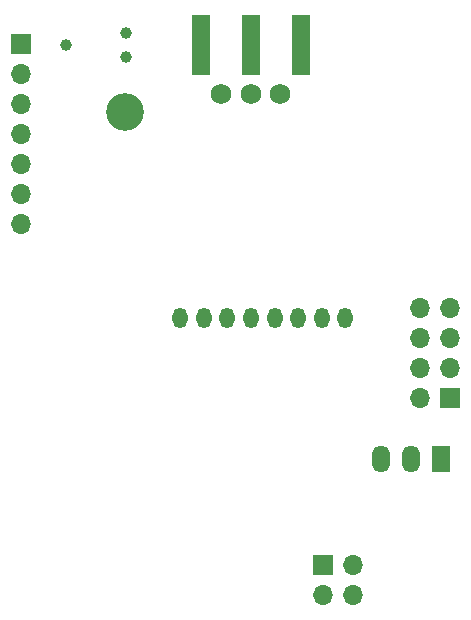
<source format=gbs>
G04 #@! TF.GenerationSoftware,KiCad,Pcbnew,(5.1.9-0-10_14)*
G04 #@! TF.CreationDate,2021-04-14T10:29:31+02:00*
G04 #@! TF.ProjectId,ithowifi_4l,6974686f-7769-4666-995f-346c2e6b6963,rev?*
G04 #@! TF.SameCoordinates,Original*
G04 #@! TF.FileFunction,Soldermask,Bot*
G04 #@! TF.FilePolarity,Negative*
%FSLAX46Y46*%
G04 Gerber Fmt 4.6, Leading zero omitted, Abs format (unit mm)*
G04 Created by KiCad (PCBNEW (5.1.9-0-10_14)) date 2021-04-14 10:29:31*
%MOMM*%
%LPD*%
G01*
G04 APERTURE LIST*
%ADD10O,1.700000X1.700000*%
%ADD11R,1.700000X1.700000*%
%ADD12C,3.200000*%
%ADD13C,0.990600*%
%ADD14C,1.500000*%
%ADD15R,1.500000X5.080000*%
%ADD16C,1.750000*%
%ADD17O,1.300000X1.750000*%
%ADD18O,1.500000X2.300000*%
%ADD19R,1.500000X2.300000*%
G04 APERTURE END LIST*
D10*
X113832000Y-154468000D03*
X111292000Y-154468000D03*
X113832000Y-151928000D03*
D11*
X111292000Y-151928000D03*
D12*
X94488000Y-113538000D03*
D13*
X94576000Y-108917400D03*
X94576000Y-106885400D03*
X89496000Y-107901400D03*
D14*
X105181400Y-109474000D03*
D10*
X85725000Y-123037600D03*
X85725000Y-120497600D03*
X85725000Y-117957600D03*
X85725000Y-115417600D03*
X85725000Y-112877600D03*
X85725000Y-110337600D03*
D11*
X85725000Y-107797600D03*
D15*
X100931400Y-107848400D03*
X109431400Y-107848400D03*
X105181400Y-107848400D03*
D16*
X107672000Y-112039000D03*
X105172000Y-112039000D03*
X102672000Y-112039000D03*
D17*
X99172000Y-131039000D03*
X101172000Y-131039000D03*
X103172000Y-131039000D03*
X105172000Y-131039000D03*
X107172000Y-131039000D03*
X109172000Y-131039000D03*
X111172000Y-131039000D03*
X113172000Y-131039000D03*
D18*
X116179600Y-142951200D03*
X118719600Y-142951200D03*
D19*
X121259600Y-142951200D03*
D11*
X122047000Y-137795000D03*
D10*
X119507000Y-137795000D03*
X122047000Y-135255000D03*
X119507000Y-135255000D03*
X122047000Y-132715000D03*
X119507000Y-132715000D03*
X122047000Y-130175000D03*
X119507000Y-130175000D03*
M02*

</source>
